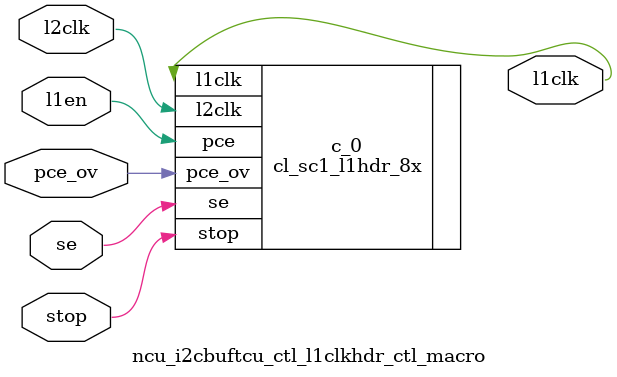
<source format=v>
`define RF_RDEN_OFFSTATE            1'b1

`define NCU_INTMANRF_DEPTH         128
`define NCU_INTMANRF_DATAWIDTH      16
`define NCU_INTMANRF_ADDRWIDTH       7
//====================================

//====================================
`define NCU_MONDORF_DEPTH           64
`define NCU_MONDORF_DATAWIDTH       72
`define NCU_MONDORF_ADDRWIDTH        6
//====================================

//====================================
`define NCU_CPUBUFRF_DEPTH          32
`define NCU_CPUBUFRF_DATAWIDTH     144
`define NCU_CPUBUFRF_ADDRWIDTH       5
//====================================

//====================================
`define NCU_IOBUFRF_DEPTH          32
`define NCU_IOBUFRF_DATAWIDTH     144
`define NCU_IOBUFRF_ADDRWIDTH       5
//====================================

//====================================
`define NCU_IOBUF1RF_DEPTH          32
`define NCU_IOBUF1RF_DATAWIDTH      32
`define NCU_IOBUF1RF_ADDRWIDTH       5
//====================================

//====================================
`define NCU_INTBUFRF_DEPTH          32
`define NCU_INTBUFRF_DATAWIDTH     144
`define NCU_INTBUFRF_ADDRWIDTH       5
//====================================

//== fix me : need to remove when warm //
//== becomes available //
`define WMR_LENGTH		10'd999
`define WMR_LENGTH_P1		10'd1000

//// NCU CSR_MAN address   80_0000_xxxx ////
`define NCU_CSR_MAN			16'h0000
`define NCU_CREG_INTMAN			16'h0000
//`define NCU_CREG_INTVECDISP		16'h0800
`define NCU_CREG_MONDOINVEC		16'h0a00
`define NCU_CREG_SERNUM			16'h1000
`define NCU_CREG_FUSESTAT		16'h1008
`define NCU_CREG_COREAVAIL		16'h1010
`define NCU_CREG_BANKAVAIL		16'h1018
`define NCU_CREG_BANK_ENABLE		16'h1020
`define NCU_CREG_BANK_ENABLE_STATUS 	16'h1028
`define NCU_CREG_L2_HASH_ENABLE		16'h1030
`define NCU_CREG_L2_HASH_ENABLE_STATUS	16'h1038


`define NCU_CREG_MEM32_BASE	16'h2000
`define NCU_CREG_MEM32_MASK	16'h2008
`define NCU_CREG_MEM64_BASE	16'h2010
`define NCU_CREG_MEM64_MASK	16'h2018
`define NCU_CREG_IOCON_BASE	16'h2020
`define NCU_CREG_IOCON_MASK	16'h2028
`define NCU_CREG_MMUFSH		16'h2030

`define NCU_CREG_ESR		16'h3000
`define NCU_CREG_ELE		16'h3008
`define NCU_CREG_EIE		16'h3010
`define NCU_CREG_EJR		16'h3018
`define NCU_CREG_FEE		16'h3020
`define NCU_CREG_PER		16'h3028
`define NCU_CREG_SIISYN		16'h3030
`define NCU_CREG_NCUSYN		16'h3038
`define NCU_CREG_SCKSEL         16'h3040
`define NCU_CREG_DBGTRIG_EN     16'h4000

//// NUC CSR_MONDO address 80_0004_xxxx ////
`define NCU_CSR_MONDO		16'h0004
`define NCU_CREG_MDATA0  	16'h0000 
`define NCU_CREG_MDATA1  	16'h0200 
`define NCU_CREG_MDATA0_ALIAS	16'h0400 
`define NCU_CREG_MDATA1_ALIAS	16'h0600 
`define NCU_CREG_MBUSY		16'h0800 
`define NCU_CREG_MBUSY_ALIAS	16'h0a00 



// ASI shared reg 90_xxxx_xxxx//
`define NCU_ASI_A_HIT			10'h104 // 6-bits cpuid and thread id are "x"
`define NCU_ASI_B_HIT			10'h1CC // 6-bits cpuid and thread id are "x"
`define NCU_ASI_C_HIT			10'h114	// 6-bits cpuid and thread id are "x"
`define NCU_ASI_COREAVAIL		16'h0000
`define NCU_ASI_CORE_ENABLE_STATUS	16'h0010
`define NCU_ASI_CORE_ENABLE		16'h0020
`define NCU_ASI_XIR_STEERING		16'h0030
`define NCU_ASI_CORE_RUNNINGRW		16'h0050
`define NCU_ASI_CORE_RUNNING_STATUS	16'h0058
`define NCU_ASI_CORE_RUNNING_W1S	16'h0060
`define NCU_ASI_CORE_RUNNING_W1C	16'h0068
`define NCU_ASI_INTVECDISP		16'h0000
`define NCU_ASI_ERR_STR                 16'h1000
`define NCU_ASI_WMR_VEC_MASK            16'h0018
`define NCU_ASI_CMP_TICK_ENABLE		16'h0038


//// UCB packet type ////
`define UCB_READ_NACK	4'b0000    // ack/nack types
`define UCB_READ_ACK	4'b0001
`define UCB_WRITE_ACK	4'b0010
`define UCB_IFILL_ACK	4'b0011
`define UCB_IFILL_NACK	4'b0111

`define UCB_READ_REQ	4'b0100    // req types
`define UCB_WRITE_REQ	4'b0101
`define UCB_IFILL_REQ	4'b0110

`define UCB_INT		4'b1000    // plain interrupt
`define UCB_INT_VEC	4'b1100    // interrupt with vector
`define UCB_INT_SOC_UE	4'b1001    // soc interrup ue
`define UCB_INT_SOC_CE  4'b1010    // soc interrup ce
`define UCB_RESET_VEC	4'b0101    // reset with vector
`define UCB_IDLE_VEC	4'b1110    // idle with vector
`define UCB_RESUME_VEC	4'b1111    // resume with vector

`define UCB_INT_SOC 	4'b1101    // soc interrup ce


//// PCX packet type ////
`define	PCX_LOAD_RQ	5'b00000
`define	PCX_IMISS_RQ	5'b10000
`define	PCX_STORE_RQ	5'b00001
`define PCX_FWD_RQs	5'b01101
`define PCX_FWD_RPYs	5'b01110

//// CPX packet type ////
//`define CPX_LOAD_RET	4'b0000
`define CPX_LOAD_RET	4'b1000
`define CPX_ST_ACK	4'b0100
//`define CPX_IFILL_RET	4'b0001
`define CPX_IFILL_RET	4'b1001
`define CPX_INT_RET	4'b0111
`define CPX_INT_SOC	4'b1101
//`define CPX_FWD_RQ_RET	4'b1010
//`define CPX_FWD_RPY_RET	4'b1011




//// Global CSR decode ////
`define NCU_CSR		8'h80
`define NIU_CSR		8'h81
//`define RNG_CSR		8'h82
`define DBG1_CSR               8'h86
`define CCU_CSR		8'h83
`define MCU_CSR		8'h84
`define TCU_CSR		8'h85
`define DMU_CSR		8'h88
`define RCU_CSR		8'h89
`define NCU_ASI		8'h90
			/////8'h91 ~ 9F reserved
			/////8'hA0 ~ BF L2 CSR////
`define DMU_PIO		4'hC   // C0 ~ CF
			/////8'hB0 ~ FE reserved
`define SSI_CSR		8'hFF


//// NCU_SSI ////
`define SSI_ADDR 	 	12'hFF_F
`define SSI_ADDR_TIMEOUT_REG	40'hFF_0001_0088
`define SSI_ADDR_LOG_REG	40'hFF_0000_0018

`define IF_IDLE 2'b00
`define IF_ACPT 2'b01
`define IF_DROP 2'b10

`define SSI_IDLE     3'b000
`define	SSI_REQ      3'b001
`define	SSI_WDATA    3'b011
`define	SSI_REQ_PAR  3'b101
`define	SSI_ACK      3'b111
`define	SSI_RDATA    3'b110
`define	SSI_ACK_PAR  3'b010










module ncu_i2cbuftcu_ctl (
  iol2clk, 
  scan_in, 
  scan_out, 
  tcu_pce_ov, 
  tcu_clk_stop, 
  tcu_scan_en, 
  tcu_aclk, 
  tcu_bclk, 
  vld, 
  data, 
  stall, 
  tap_iob_busy, 
  iob_tap_packet, 
  iob_tap_packet_vld) ;
wire buf_obj_ff_scanin;
wire buf_obj_ff_scanout;
wire [127:0] buf_obj;
wire l1clk;
wire buf_obj_vld_ff_scanin;
wire buf_obj_vld_ff_scanout;
wire buf_obj_vld;
wire buf_obj_vld_next;
wire outdata_buf_busy;
wire [15:0] outdata_vec_in;
wire [15:0] outdata_vec;
wire [127:0] outdata_buf;
wire rdy0_ff_scanin;
wire rdy0_ff_scanout;
wire rdy0;
wire rdy1_ff_scanin;
wire rdy1_ff_scanout;
wire rdy1;
wire stall_d1_ff_scanin;
wire stall_d1_ff_scanout;
wire stall_d1;
wire load_outdata;
wire shift_outdata;
wire [15:0] outdata_vec_next;
wire outdata_vec_ff_scanin;
wire outdata_vec_ff_scanout;
wire [127:0] outdata_buf_next;
wire outdata_buf_ff_scanin;
wire outdata_buf_ff_scanout;
wire siclk;
wire soclk;
wire se;
wire pce_ov;
wire stop;


// Globals
input		iol2clk;
input		scan_in;
output		scan_out;
input		tcu_pce_ov;
input		tcu_clk_stop;
input		tcu_scan_en;
input		tcu_aclk;
input		tcu_bclk;

// UCB bus interface
output		vld;
output [7 :0]	data;
input		stall;

// Local interface
output		tap_iob_busy;
input [127:0]	iob_tap_packet;
input		iob_tap_packet_vld;

// Local signals








ncu_i2cbuftcu_ctl_msff_ctl_macro__en_1__width_128 buf_obj_ff  
				(
				.scan_in(buf_obj_ff_scanin),
				.scan_out(buf_obj_ff_scanout),
				.dout		(buf_obj[127:0] ),
				.l1clk		(l1clk),
				.en		(iob_tap_packet_vld),
				.din		(iob_tap_packet[127:0]),
  .siclk(siclk),
  .soclk(soclk)
				);

ncu_i2cbuftcu_ctl_msff_ctl_macro__width_1 buf_obj_vld_ff 
				(
				.scan_in(buf_obj_vld_ff_scanin),
				.scan_out(buf_obj_vld_ff_scanout),
				.dout		(buf_obj_vld),
				.l1clk		(l1clk),
				.din		(buf_obj_vld_next),
  .siclk(siclk),
  .soclk(soclk)
				);


assign buf_obj_vld_next = buf_obj_vld ? outdata_buf_busy : iob_tap_packet_vld ;
assign tap_iob_busy = buf_obj_vld;

assign outdata_vec_in[15:0] = (buf_obj[3:0]==`UCB_READ_NACK) ? 16'h00ff : 16'hffff ;

////////////////////////////////////////////////////////////////////////
// Code starts here
////////////////////////////////////////////////////////////////////////
/************************************************************
 * UCB bus interface flops
 ************************************************************/
assign 	 vld = outdata_vec[0];
assign 	 data[7 :0] = outdata_buf[7 :0];


ncu_i2cbuftcu_ctl_msff_ctl_macro__width_1 rdy0_ff 
				(
				.scan_in(rdy0_ff_scanin),
				.scan_out(rdy0_ff_scanout),
				.dout		(rdy0),
				.l1clk		(l1clk),
				.din		(1'b1),
  .siclk(siclk),
  .soclk(soclk)
				);

ncu_i2cbuftcu_ctl_msff_ctl_macro__width_1 rdy1_ff 
				(
				.scan_in(rdy1_ff_scanin),
				.scan_out(rdy1_ff_scanout),
				.dout		(rdy1),
				.l1clk		(l1clk),
				.din		(rdy0),
  .siclk(siclk),
  .soclk(soclk)
				);



ncu_i2cbuftcu_ctl_msff_ctl_macro__en_1__width_1 stall_d1_ff  
				(
				.scan_in(stall_d1_ff_scanin),
				.scan_out(stall_d1_ff_scanout),
				.dout		(stall_d1),
				.l1clk		(l1clk),
				.en		(rdy1),
				.din		(stall),
  .siclk(siclk),
  .soclk(soclk)
				);

/************************************************************
 * Outbound Data
 ************************************************************/
// accept new data only if there is none being processed
//assign  load_outdata = outdata_buf_wr & ~outdata_buf_busy;
assign  load_outdata = buf_obj_vld & ~outdata_buf_busy;

assign  outdata_buf_busy = outdata_vec[0] | stall_d1;

assign  shift_outdata = outdata_vec[0] & ~stall_d1;

assign  outdata_vec_next[15 :0] = load_outdata  ? outdata_vec_in[15 :0] : 
				shift_outdata ? {1'b0,outdata_vec[15 :1]} : 
						outdata_vec[15 :0] ;

ncu_i2cbuftcu_ctl_msff_ctl_macro__width_16 outdata_vec_ff 
				(
				.scan_in(outdata_vec_ff_scanin),
				.scan_out(outdata_vec_ff_scanout),
				.dout		(outdata_vec[15 :0]),
				.l1clk		(l1clk),
				.din		(outdata_vec_next[15 :0]),
  .siclk(siclk),
  .soclk(soclk)
				);

assign  outdata_buf_next[127:0] = load_outdata  ? buf_obj[127:0] :
		 		  shift_outdata ? (outdata_buf[127:0] >> 8 ) :  
	                         		   outdata_buf[127:0] ;

ncu_i2cbuftcu_ctl_msff_ctl_macro__width_128 outdata_buf_ff 
				(
				.scan_in(outdata_buf_ff_scanin),
				.scan_out(outdata_buf_ff_scanout),
				.dout		(outdata_buf[127:0]),
				.l1clk		(l1clk),
				.din		(outdata_buf_next[127:0]),
  .siclk(siclk),
  .soclk(soclk)
				);



/**** adding clock header ****/
ncu_i2cbuftcu_ctl_l1clkhdr_ctl_macro clkgen (
				.l2clk	(iol2clk),
				.l1en	(1'b1),
				.l1clk	(l1clk),
  .pce_ov(pce_ov),
  .stop(stop),
  .se(se)
				);

/*** building tcu port ***/
assign	siclk = tcu_aclk;
assign	soclk = tcu_bclk;
assign	   se = tcu_scan_en;
assign	pce_ov = tcu_pce_ov;
assign	stop = tcu_clk_stop;

// fixscan start:
assign buf_obj_ff_scanin         = scan_in                  ;
assign buf_obj_vld_ff_scanin     = buf_obj_ff_scanout       ;
assign rdy0_ff_scanin            = buf_obj_vld_ff_scanout   ;
assign rdy1_ff_scanin            = rdy0_ff_scanout          ;
assign stall_d1_ff_scanin        = rdy1_ff_scanout          ;
assign outdata_vec_ff_scanin     = stall_d1_ff_scanout      ;
assign outdata_buf_ff_scanin     = outdata_vec_ff_scanout   ;
assign scan_out                  = outdata_buf_ff_scanout   ;
// fixscan end:
endmodule // ncu_i2cbuftcu_ctl












// any PARAMS parms go into naming of macro

module ncu_i2cbuftcu_ctl_msff_ctl_macro__en_1__width_128 (
  din, 
  en, 
  l1clk, 
  scan_in, 
  siclk, 
  soclk, 
  dout, 
  scan_out);
wire [127:0] fdin;
wire [126:0] so;

  input [127:0] din;
  input en;
  input l1clk;
  input scan_in;


  input siclk;
  input soclk;

  output [127:0] dout;
  output scan_out;
assign fdin[127:0] = (din[127:0] & {128{en}}) | (dout[127:0] & ~{128{en}});






dff #(128)  d0_0 (
.l1clk(l1clk),
.siclk(siclk),
.soclk(soclk),
.d(fdin[127:0]),
.si({scan_in,so[126:0]}),
.so({so[126:0],scan_out}),
.q(dout[127:0])
);












endmodule













// any PARAMS parms go into naming of macro

module ncu_i2cbuftcu_ctl_msff_ctl_macro__width_1 (
  din, 
  l1clk, 
  scan_in, 
  siclk, 
  soclk, 
  dout, 
  scan_out);
wire [0:0] fdin;

  input [0:0] din;
  input l1clk;
  input scan_in;


  input siclk;
  input soclk;

  output [0:0] dout;
  output scan_out;
assign fdin[0:0] = din[0:0];






dff #(1)  d0_0 (
.l1clk(l1clk),
.siclk(siclk),
.soclk(soclk),
.d(fdin[0:0]),
.si(scan_in),
.so(scan_out),
.q(dout[0:0])
);












endmodule













// any PARAMS parms go into naming of macro

module ncu_i2cbuftcu_ctl_msff_ctl_macro__en_1__width_1 (
  din, 
  en, 
  l1clk, 
  scan_in, 
  siclk, 
  soclk, 
  dout, 
  scan_out);
wire [0:0] fdin;

  input [0:0] din;
  input en;
  input l1clk;
  input scan_in;


  input siclk;
  input soclk;

  output [0:0] dout;
  output scan_out;
assign fdin[0:0] = (din[0:0] & {1{en}}) | (dout[0:0] & ~{1{en}});






dff #(1)  d0_0 (
.l1clk(l1clk),
.siclk(siclk),
.soclk(soclk),
.d(fdin[0:0]),
.si(scan_in),
.so(scan_out),
.q(dout[0:0])
);












endmodule













// any PARAMS parms go into naming of macro

module ncu_i2cbuftcu_ctl_msff_ctl_macro__width_16 (
  din, 
  l1clk, 
  scan_in, 
  siclk, 
  soclk, 
  dout, 
  scan_out);
wire [15:0] fdin;
wire [14:0] so;

  input [15:0] din;
  input l1clk;
  input scan_in;


  input siclk;
  input soclk;

  output [15:0] dout;
  output scan_out;
assign fdin[15:0] = din[15:0];






dff #(16)  d0_0 (
.l1clk(l1clk),
.siclk(siclk),
.soclk(soclk),
.d(fdin[15:0]),
.si({scan_in,so[14:0]}),
.so({so[14:0],scan_out}),
.q(dout[15:0])
);












endmodule













// any PARAMS parms go into naming of macro

module ncu_i2cbuftcu_ctl_msff_ctl_macro__width_128 (
  din, 
  l1clk, 
  scan_in, 
  siclk, 
  soclk, 
  dout, 
  scan_out);
wire [127:0] fdin;
wire [126:0] so;

  input [127:0] din;
  input l1clk;
  input scan_in;


  input siclk;
  input soclk;

  output [127:0] dout;
  output scan_out;
assign fdin[127:0] = din[127:0];






dff #(128)  d0_0 (
.l1clk(l1clk),
.siclk(siclk),
.soclk(soclk),
.d(fdin[127:0]),
.si({scan_in,so[126:0]}),
.so({so[126:0],scan_out}),
.q(dout[127:0])
);












endmodule













// any PARAMS parms go into naming of macro

module ncu_i2cbuftcu_ctl_l1clkhdr_ctl_macro (
  l2clk, 
  l1en, 
  pce_ov, 
  stop, 
  se, 
  l1clk);


  input l2clk;
  input l1en;
  input pce_ov;
  input stop;
  input se;
  output l1clk;



 

cl_sc1_l1hdr_8x c_0 (


   .l2clk(l2clk),
   .pce(l1en),
   .l1clk(l1clk),
  .se(se),
  .pce_ov(pce_ov),
  .stop(stop)
);



endmodule









</source>
